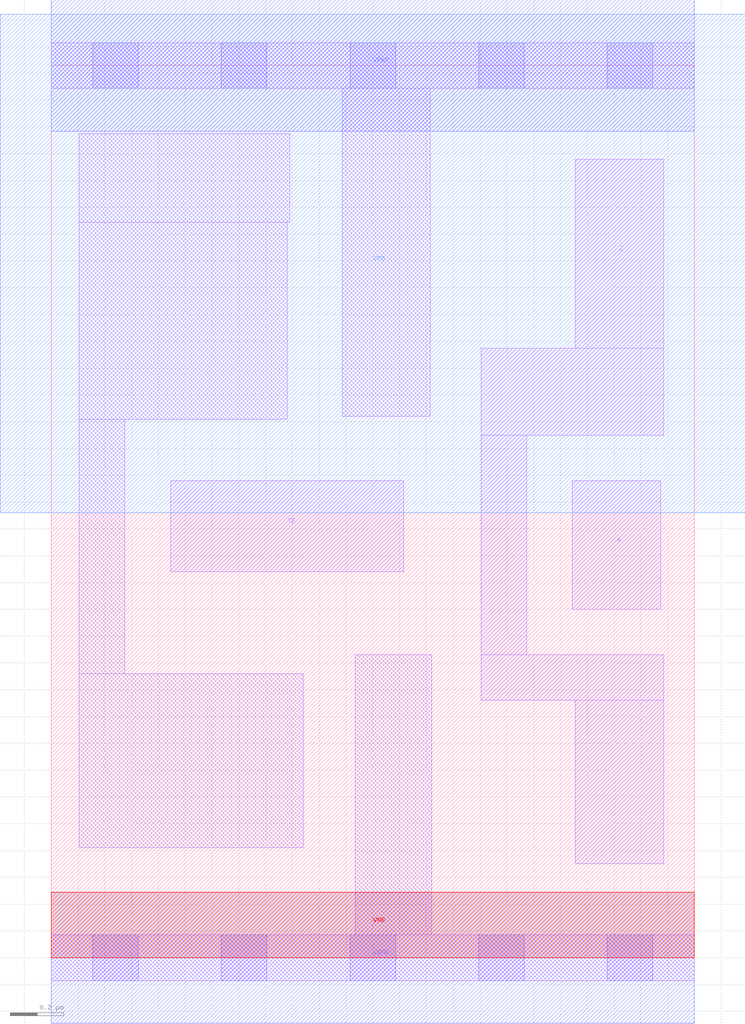
<source format=lef>
# Copyright 2020 The SkyWater PDK Authors
#
# Licensed under the Apache License, Version 2.0 (the "License");
# you may not use this file except in compliance with the License.
# You may obtain a copy of the License at
#
#     https://www.apache.org/licenses/LICENSE-2.0
#
# Unless required by applicable law or agreed to in writing, software
# distributed under the License is distributed on an "AS IS" BASIS,
# WITHOUT WARRANTIES OR CONDITIONS OF ANY KIND, either express or implied.
# See the License for the specific language governing permissions and
# limitations under the License.
#
# SPDX-License-Identifier: Apache-2.0

VERSION 5.7 ;
  NOWIREEXTENSIONATPIN ON ;
  DIVIDERCHAR "/" ;
  BUSBITCHARS "[]" ;
MACRO sky130_fd_sc_ms__einvp_1
  CLASS CORE ;
  FOREIGN sky130_fd_sc_ms__einvp_1 ;
  ORIGIN  0.000000  0.000000 ;
  SIZE  2.400000 BY  3.330000 ;
  SYMMETRY X Y ;
  SITE unit ;
  PIN A
    ANTENNAGATEAREA  0.291000 ;
    DIRECTION INPUT ;
    USE SIGNAL ;
    PORT
      LAYER li1 ;
        RECT 1.945000 1.300000 2.275000 1.780000 ;
    END
  END A
  PIN TE
    ANTENNAGATEAREA  0.249600 ;
    DIRECTION INPUT ;
    USE SIGNAL ;
    PORT
      LAYER li1 ;
        RECT 0.445000 1.440000 1.315000 1.780000 ;
    END
  END TE
  PIN Z
    ANTENNADIFFAREA  0.490900 ;
    DIRECTION OUTPUT ;
    USE SIGNAL ;
    PORT
      LAYER li1 ;
        RECT 1.605000 0.960000 2.285000 1.130000 ;
        RECT 1.605000 1.130000 1.775000 1.950000 ;
        RECT 1.605000 1.950000 2.285000 2.275000 ;
        RECT 1.955000 0.350000 2.285000 0.960000 ;
        RECT 1.955000 2.275000 2.285000 2.980000 ;
    END
  END Z
  PIN VGND
    DIRECTION INOUT ;
    USE GROUND ;
    PORT
      LAYER met1 ;
        RECT 0.000000 -0.245000 2.400000 0.245000 ;
    END
  END VGND
  PIN VNB
    DIRECTION INOUT ;
    USE GROUND ;
    PORT
      LAYER pwell ;
        RECT 0.000000 0.000000 2.400000 0.245000 ;
    END
  END VNB
  PIN VPB
    DIRECTION INOUT ;
    USE POWER ;
    PORT
      LAYER nwell ;
        RECT -0.190000 1.660000 2.590000 3.520000 ;
    END
  END VPB
  PIN VPWR
    DIRECTION INOUT ;
    USE POWER ;
    PORT
      LAYER met1 ;
        RECT 0.000000 3.085000 2.400000 3.575000 ;
    END
  END VPWR
  OBS
    LAYER li1 ;
      RECT 0.000000 -0.085000 2.400000 0.085000 ;
      RECT 0.000000  3.245000 2.400000 3.415000 ;
      RECT 0.105000  0.410000 0.940000 1.060000 ;
      RECT 0.105000  1.060000 0.275000 2.010000 ;
      RECT 0.105000  2.010000 0.880000 2.745000 ;
      RECT 0.105000  2.745000 0.890000 3.075000 ;
      RECT 1.085000  2.020000 1.415000 3.245000 ;
      RECT 1.135000  0.085000 1.420000 1.130000 ;
    LAYER mcon ;
      RECT 0.155000 -0.085000 0.325000 0.085000 ;
      RECT 0.155000  3.245000 0.325000 3.415000 ;
      RECT 0.635000 -0.085000 0.805000 0.085000 ;
      RECT 0.635000  3.245000 0.805000 3.415000 ;
      RECT 1.115000 -0.085000 1.285000 0.085000 ;
      RECT 1.115000  3.245000 1.285000 3.415000 ;
      RECT 1.595000 -0.085000 1.765000 0.085000 ;
      RECT 1.595000  3.245000 1.765000 3.415000 ;
      RECT 2.075000 -0.085000 2.245000 0.085000 ;
      RECT 2.075000  3.245000 2.245000 3.415000 ;
  END
END sky130_fd_sc_ms__einvp_1
END LIBRARY

</source>
